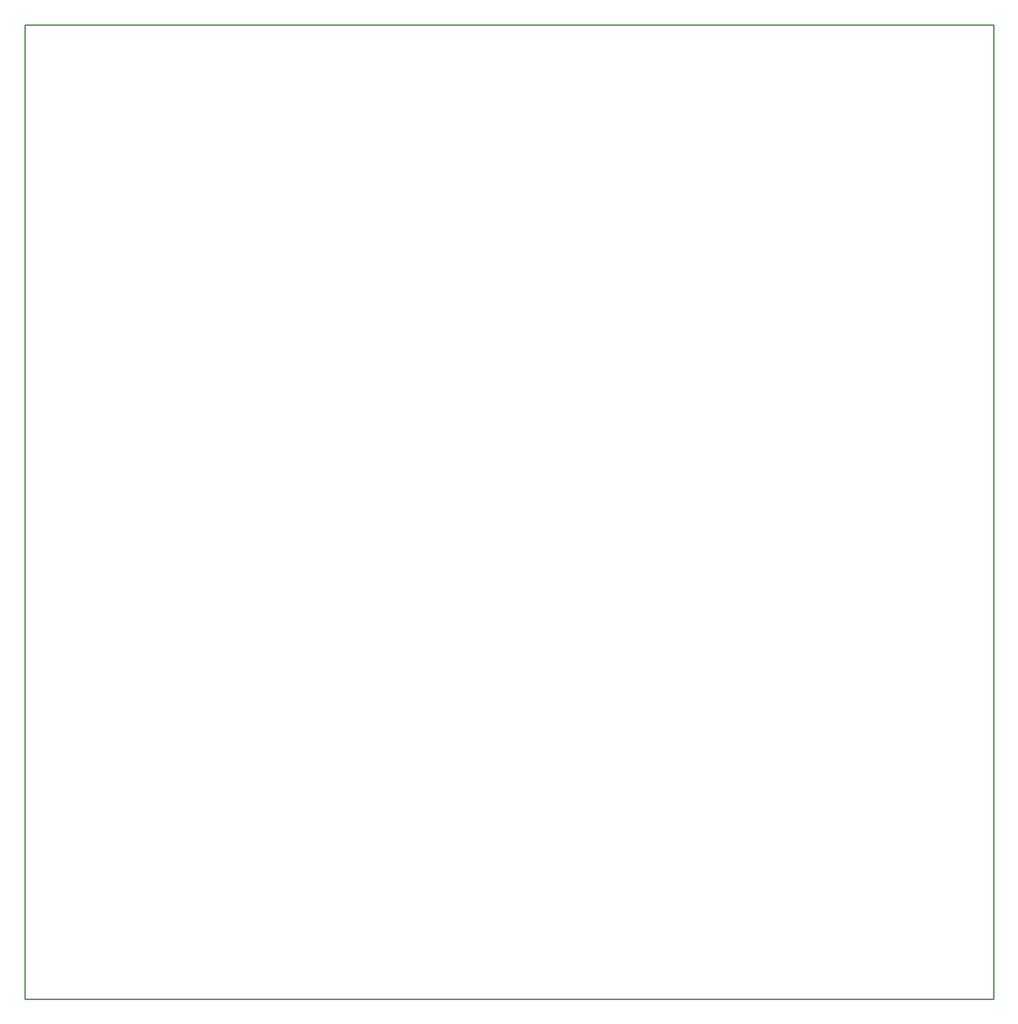
<source format=gko>
G04 Layer_Color=16711935*
%FSLAX25Y25*%
%MOIN*%
G70*
G01*
G75*
%ADD24C,0.01000*%
D24*
X350394Y-385827D02*
Y318898D01*
X-350394Y-385827D02*
X350394D01*
X-350394D02*
Y318898D01*
X350394D01*
M02*

</source>
